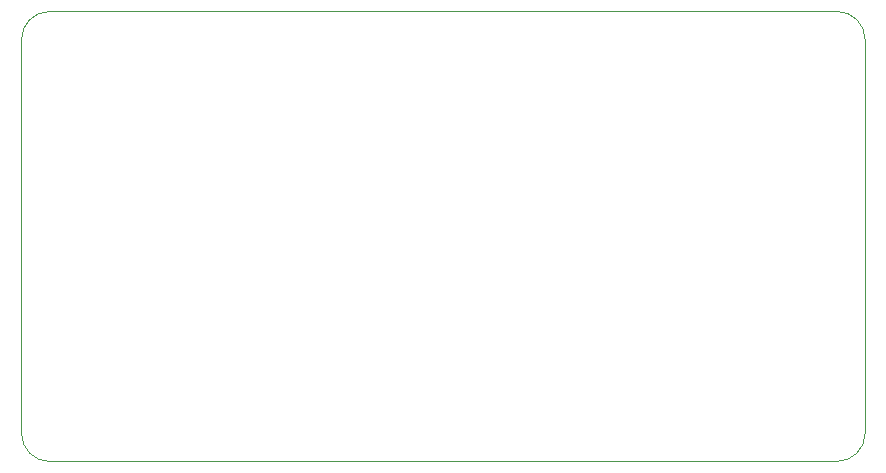
<source format=gm1>
%TF.GenerationSoftware,KiCad,Pcbnew,(5.1.10)-1*%
%TF.CreationDate,2022-03-08T18:09:42-05:00*%
%TF.ProjectId,DIY_Keyboard_PCB,4449595f-4b65-4796-926f-6172645f5043,rev?*%
%TF.SameCoordinates,Original*%
%TF.FileFunction,Profile,NP*%
%FSLAX46Y46*%
G04 Gerber Fmt 4.6, Leading zero omitted, Abs format (unit mm)*
G04 Created by KiCad (PCBNEW (5.1.10)-1) date 2022-03-08 18:09:42*
%MOMM*%
%LPD*%
G01*
G04 APERTURE LIST*
%TA.AperFunction,Profile*%
%ADD10C,0.050000*%
%TD*%
G04 APERTURE END LIST*
D10*
X75406250Y-169068750D02*
X142081250Y-169068750D01*
X75406250Y-169068750D02*
G75*
G02*
X73025000Y-166687500I0J2381250D01*
G01*
X73025000Y-133350000D02*
X73025000Y-166687500D01*
X142081250Y-130968750D02*
X75406250Y-130968750D01*
X144462500Y-133350000D02*
X144462500Y-166687500D01*
X73025000Y-133350000D02*
G75*
G02*
X75406250Y-130968750I2381250J0D01*
G01*
X144462500Y-166687500D02*
G75*
G02*
X142081250Y-169068750I-2381250J0D01*
G01*
X142081250Y-130968750D02*
G75*
G02*
X144462500Y-133350000I0J-2381250D01*
G01*
M02*

</source>
